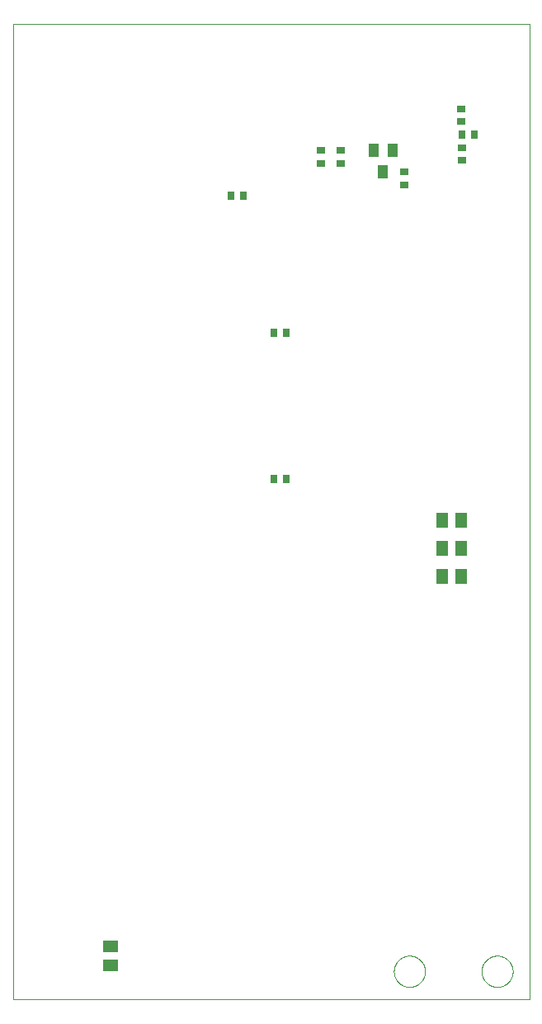
<source format=gtp>
G75*
%MOIN*%
%OFA0B0*%
%FSLAX25Y25*%
%IPPOS*%
%LPD*%
%AMOC8*
5,1,8,0,0,1.08239X$1,22.5*
%
%ADD10C,0.00000*%
%ADD11R,0.05906X0.05118*%
%ADD12R,0.05118X0.05906*%
%ADD13R,0.03543X0.02756*%
%ADD14R,0.02756X0.03543*%
%ADD15R,0.03937X0.05512*%
D10*
X0034894Y0034921D02*
X0034894Y0428622D01*
X0243555Y0428622D01*
X0243555Y0034921D01*
X0034894Y0034921D01*
X0188831Y0046339D02*
X0188833Y0046497D01*
X0188839Y0046655D01*
X0188849Y0046813D01*
X0188863Y0046971D01*
X0188881Y0047128D01*
X0188902Y0047285D01*
X0188928Y0047441D01*
X0188958Y0047597D01*
X0188991Y0047752D01*
X0189029Y0047905D01*
X0189070Y0048058D01*
X0189115Y0048210D01*
X0189164Y0048361D01*
X0189217Y0048510D01*
X0189273Y0048658D01*
X0189333Y0048804D01*
X0189397Y0048949D01*
X0189465Y0049092D01*
X0189536Y0049234D01*
X0189610Y0049374D01*
X0189688Y0049511D01*
X0189770Y0049647D01*
X0189854Y0049781D01*
X0189943Y0049912D01*
X0190034Y0050041D01*
X0190129Y0050168D01*
X0190226Y0050293D01*
X0190327Y0050415D01*
X0190431Y0050534D01*
X0190538Y0050651D01*
X0190648Y0050765D01*
X0190761Y0050876D01*
X0190876Y0050985D01*
X0190994Y0051090D01*
X0191115Y0051192D01*
X0191238Y0051292D01*
X0191364Y0051388D01*
X0191492Y0051481D01*
X0191622Y0051571D01*
X0191755Y0051657D01*
X0191890Y0051741D01*
X0192026Y0051820D01*
X0192165Y0051897D01*
X0192306Y0051969D01*
X0192448Y0052039D01*
X0192592Y0052104D01*
X0192738Y0052166D01*
X0192885Y0052224D01*
X0193034Y0052279D01*
X0193184Y0052330D01*
X0193335Y0052377D01*
X0193487Y0052420D01*
X0193640Y0052459D01*
X0193795Y0052495D01*
X0193950Y0052526D01*
X0194106Y0052554D01*
X0194262Y0052578D01*
X0194419Y0052598D01*
X0194577Y0052614D01*
X0194734Y0052626D01*
X0194893Y0052634D01*
X0195051Y0052638D01*
X0195209Y0052638D01*
X0195367Y0052634D01*
X0195526Y0052626D01*
X0195683Y0052614D01*
X0195841Y0052598D01*
X0195998Y0052578D01*
X0196154Y0052554D01*
X0196310Y0052526D01*
X0196465Y0052495D01*
X0196620Y0052459D01*
X0196773Y0052420D01*
X0196925Y0052377D01*
X0197076Y0052330D01*
X0197226Y0052279D01*
X0197375Y0052224D01*
X0197522Y0052166D01*
X0197668Y0052104D01*
X0197812Y0052039D01*
X0197954Y0051969D01*
X0198095Y0051897D01*
X0198234Y0051820D01*
X0198370Y0051741D01*
X0198505Y0051657D01*
X0198638Y0051571D01*
X0198768Y0051481D01*
X0198896Y0051388D01*
X0199022Y0051292D01*
X0199145Y0051192D01*
X0199266Y0051090D01*
X0199384Y0050985D01*
X0199499Y0050876D01*
X0199612Y0050765D01*
X0199722Y0050651D01*
X0199829Y0050534D01*
X0199933Y0050415D01*
X0200034Y0050293D01*
X0200131Y0050168D01*
X0200226Y0050041D01*
X0200317Y0049912D01*
X0200406Y0049781D01*
X0200490Y0049647D01*
X0200572Y0049511D01*
X0200650Y0049374D01*
X0200724Y0049234D01*
X0200795Y0049092D01*
X0200863Y0048949D01*
X0200927Y0048804D01*
X0200987Y0048658D01*
X0201043Y0048510D01*
X0201096Y0048361D01*
X0201145Y0048210D01*
X0201190Y0048058D01*
X0201231Y0047905D01*
X0201269Y0047752D01*
X0201302Y0047597D01*
X0201332Y0047441D01*
X0201358Y0047285D01*
X0201379Y0047128D01*
X0201397Y0046971D01*
X0201411Y0046813D01*
X0201421Y0046655D01*
X0201427Y0046497D01*
X0201429Y0046339D01*
X0201427Y0046181D01*
X0201421Y0046023D01*
X0201411Y0045865D01*
X0201397Y0045707D01*
X0201379Y0045550D01*
X0201358Y0045393D01*
X0201332Y0045237D01*
X0201302Y0045081D01*
X0201269Y0044926D01*
X0201231Y0044773D01*
X0201190Y0044620D01*
X0201145Y0044468D01*
X0201096Y0044317D01*
X0201043Y0044168D01*
X0200987Y0044020D01*
X0200927Y0043874D01*
X0200863Y0043729D01*
X0200795Y0043586D01*
X0200724Y0043444D01*
X0200650Y0043304D01*
X0200572Y0043167D01*
X0200490Y0043031D01*
X0200406Y0042897D01*
X0200317Y0042766D01*
X0200226Y0042637D01*
X0200131Y0042510D01*
X0200034Y0042385D01*
X0199933Y0042263D01*
X0199829Y0042144D01*
X0199722Y0042027D01*
X0199612Y0041913D01*
X0199499Y0041802D01*
X0199384Y0041693D01*
X0199266Y0041588D01*
X0199145Y0041486D01*
X0199022Y0041386D01*
X0198896Y0041290D01*
X0198768Y0041197D01*
X0198638Y0041107D01*
X0198505Y0041021D01*
X0198370Y0040937D01*
X0198234Y0040858D01*
X0198095Y0040781D01*
X0197954Y0040709D01*
X0197812Y0040639D01*
X0197668Y0040574D01*
X0197522Y0040512D01*
X0197375Y0040454D01*
X0197226Y0040399D01*
X0197076Y0040348D01*
X0196925Y0040301D01*
X0196773Y0040258D01*
X0196620Y0040219D01*
X0196465Y0040183D01*
X0196310Y0040152D01*
X0196154Y0040124D01*
X0195998Y0040100D01*
X0195841Y0040080D01*
X0195683Y0040064D01*
X0195526Y0040052D01*
X0195367Y0040044D01*
X0195209Y0040040D01*
X0195051Y0040040D01*
X0194893Y0040044D01*
X0194734Y0040052D01*
X0194577Y0040064D01*
X0194419Y0040080D01*
X0194262Y0040100D01*
X0194106Y0040124D01*
X0193950Y0040152D01*
X0193795Y0040183D01*
X0193640Y0040219D01*
X0193487Y0040258D01*
X0193335Y0040301D01*
X0193184Y0040348D01*
X0193034Y0040399D01*
X0192885Y0040454D01*
X0192738Y0040512D01*
X0192592Y0040574D01*
X0192448Y0040639D01*
X0192306Y0040709D01*
X0192165Y0040781D01*
X0192026Y0040858D01*
X0191890Y0040937D01*
X0191755Y0041021D01*
X0191622Y0041107D01*
X0191492Y0041197D01*
X0191364Y0041290D01*
X0191238Y0041386D01*
X0191115Y0041486D01*
X0190994Y0041588D01*
X0190876Y0041693D01*
X0190761Y0041802D01*
X0190648Y0041913D01*
X0190538Y0042027D01*
X0190431Y0042144D01*
X0190327Y0042263D01*
X0190226Y0042385D01*
X0190129Y0042510D01*
X0190034Y0042637D01*
X0189943Y0042766D01*
X0189854Y0042897D01*
X0189770Y0043031D01*
X0189688Y0043167D01*
X0189610Y0043304D01*
X0189536Y0043444D01*
X0189465Y0043586D01*
X0189397Y0043729D01*
X0189333Y0043874D01*
X0189273Y0044020D01*
X0189217Y0044168D01*
X0189164Y0044317D01*
X0189115Y0044468D01*
X0189070Y0044620D01*
X0189029Y0044773D01*
X0188991Y0044926D01*
X0188958Y0045081D01*
X0188928Y0045237D01*
X0188902Y0045393D01*
X0188881Y0045550D01*
X0188863Y0045707D01*
X0188849Y0045865D01*
X0188839Y0046023D01*
X0188833Y0046181D01*
X0188831Y0046339D01*
X0224264Y0046339D02*
X0224266Y0046497D01*
X0224272Y0046655D01*
X0224282Y0046813D01*
X0224296Y0046971D01*
X0224314Y0047128D01*
X0224335Y0047285D01*
X0224361Y0047441D01*
X0224391Y0047597D01*
X0224424Y0047752D01*
X0224462Y0047905D01*
X0224503Y0048058D01*
X0224548Y0048210D01*
X0224597Y0048361D01*
X0224650Y0048510D01*
X0224706Y0048658D01*
X0224766Y0048804D01*
X0224830Y0048949D01*
X0224898Y0049092D01*
X0224969Y0049234D01*
X0225043Y0049374D01*
X0225121Y0049511D01*
X0225203Y0049647D01*
X0225287Y0049781D01*
X0225376Y0049912D01*
X0225467Y0050041D01*
X0225562Y0050168D01*
X0225659Y0050293D01*
X0225760Y0050415D01*
X0225864Y0050534D01*
X0225971Y0050651D01*
X0226081Y0050765D01*
X0226194Y0050876D01*
X0226309Y0050985D01*
X0226427Y0051090D01*
X0226548Y0051192D01*
X0226671Y0051292D01*
X0226797Y0051388D01*
X0226925Y0051481D01*
X0227055Y0051571D01*
X0227188Y0051657D01*
X0227323Y0051741D01*
X0227459Y0051820D01*
X0227598Y0051897D01*
X0227739Y0051969D01*
X0227881Y0052039D01*
X0228025Y0052104D01*
X0228171Y0052166D01*
X0228318Y0052224D01*
X0228467Y0052279D01*
X0228617Y0052330D01*
X0228768Y0052377D01*
X0228920Y0052420D01*
X0229073Y0052459D01*
X0229228Y0052495D01*
X0229383Y0052526D01*
X0229539Y0052554D01*
X0229695Y0052578D01*
X0229852Y0052598D01*
X0230010Y0052614D01*
X0230167Y0052626D01*
X0230326Y0052634D01*
X0230484Y0052638D01*
X0230642Y0052638D01*
X0230800Y0052634D01*
X0230959Y0052626D01*
X0231116Y0052614D01*
X0231274Y0052598D01*
X0231431Y0052578D01*
X0231587Y0052554D01*
X0231743Y0052526D01*
X0231898Y0052495D01*
X0232053Y0052459D01*
X0232206Y0052420D01*
X0232358Y0052377D01*
X0232509Y0052330D01*
X0232659Y0052279D01*
X0232808Y0052224D01*
X0232955Y0052166D01*
X0233101Y0052104D01*
X0233245Y0052039D01*
X0233387Y0051969D01*
X0233528Y0051897D01*
X0233667Y0051820D01*
X0233803Y0051741D01*
X0233938Y0051657D01*
X0234071Y0051571D01*
X0234201Y0051481D01*
X0234329Y0051388D01*
X0234455Y0051292D01*
X0234578Y0051192D01*
X0234699Y0051090D01*
X0234817Y0050985D01*
X0234932Y0050876D01*
X0235045Y0050765D01*
X0235155Y0050651D01*
X0235262Y0050534D01*
X0235366Y0050415D01*
X0235467Y0050293D01*
X0235564Y0050168D01*
X0235659Y0050041D01*
X0235750Y0049912D01*
X0235839Y0049781D01*
X0235923Y0049647D01*
X0236005Y0049511D01*
X0236083Y0049374D01*
X0236157Y0049234D01*
X0236228Y0049092D01*
X0236296Y0048949D01*
X0236360Y0048804D01*
X0236420Y0048658D01*
X0236476Y0048510D01*
X0236529Y0048361D01*
X0236578Y0048210D01*
X0236623Y0048058D01*
X0236664Y0047905D01*
X0236702Y0047752D01*
X0236735Y0047597D01*
X0236765Y0047441D01*
X0236791Y0047285D01*
X0236812Y0047128D01*
X0236830Y0046971D01*
X0236844Y0046813D01*
X0236854Y0046655D01*
X0236860Y0046497D01*
X0236862Y0046339D01*
X0236860Y0046181D01*
X0236854Y0046023D01*
X0236844Y0045865D01*
X0236830Y0045707D01*
X0236812Y0045550D01*
X0236791Y0045393D01*
X0236765Y0045237D01*
X0236735Y0045081D01*
X0236702Y0044926D01*
X0236664Y0044773D01*
X0236623Y0044620D01*
X0236578Y0044468D01*
X0236529Y0044317D01*
X0236476Y0044168D01*
X0236420Y0044020D01*
X0236360Y0043874D01*
X0236296Y0043729D01*
X0236228Y0043586D01*
X0236157Y0043444D01*
X0236083Y0043304D01*
X0236005Y0043167D01*
X0235923Y0043031D01*
X0235839Y0042897D01*
X0235750Y0042766D01*
X0235659Y0042637D01*
X0235564Y0042510D01*
X0235467Y0042385D01*
X0235366Y0042263D01*
X0235262Y0042144D01*
X0235155Y0042027D01*
X0235045Y0041913D01*
X0234932Y0041802D01*
X0234817Y0041693D01*
X0234699Y0041588D01*
X0234578Y0041486D01*
X0234455Y0041386D01*
X0234329Y0041290D01*
X0234201Y0041197D01*
X0234071Y0041107D01*
X0233938Y0041021D01*
X0233803Y0040937D01*
X0233667Y0040858D01*
X0233528Y0040781D01*
X0233387Y0040709D01*
X0233245Y0040639D01*
X0233101Y0040574D01*
X0232955Y0040512D01*
X0232808Y0040454D01*
X0232659Y0040399D01*
X0232509Y0040348D01*
X0232358Y0040301D01*
X0232206Y0040258D01*
X0232053Y0040219D01*
X0231898Y0040183D01*
X0231743Y0040152D01*
X0231587Y0040124D01*
X0231431Y0040100D01*
X0231274Y0040080D01*
X0231116Y0040064D01*
X0230959Y0040052D01*
X0230800Y0040044D01*
X0230642Y0040040D01*
X0230484Y0040040D01*
X0230326Y0040044D01*
X0230167Y0040052D01*
X0230010Y0040064D01*
X0229852Y0040080D01*
X0229695Y0040100D01*
X0229539Y0040124D01*
X0229383Y0040152D01*
X0229228Y0040183D01*
X0229073Y0040219D01*
X0228920Y0040258D01*
X0228768Y0040301D01*
X0228617Y0040348D01*
X0228467Y0040399D01*
X0228318Y0040454D01*
X0228171Y0040512D01*
X0228025Y0040574D01*
X0227881Y0040639D01*
X0227739Y0040709D01*
X0227598Y0040781D01*
X0227459Y0040858D01*
X0227323Y0040937D01*
X0227188Y0041021D01*
X0227055Y0041107D01*
X0226925Y0041197D01*
X0226797Y0041290D01*
X0226671Y0041386D01*
X0226548Y0041486D01*
X0226427Y0041588D01*
X0226309Y0041693D01*
X0226194Y0041802D01*
X0226081Y0041913D01*
X0225971Y0042027D01*
X0225864Y0042144D01*
X0225760Y0042263D01*
X0225659Y0042385D01*
X0225562Y0042510D01*
X0225467Y0042637D01*
X0225376Y0042766D01*
X0225287Y0042897D01*
X0225203Y0043031D01*
X0225121Y0043167D01*
X0225043Y0043304D01*
X0224969Y0043444D01*
X0224898Y0043586D01*
X0224830Y0043729D01*
X0224766Y0043874D01*
X0224706Y0044020D01*
X0224650Y0044168D01*
X0224597Y0044317D01*
X0224548Y0044468D01*
X0224503Y0044620D01*
X0224462Y0044773D01*
X0224424Y0044926D01*
X0224391Y0045081D01*
X0224361Y0045237D01*
X0224335Y0045393D01*
X0224314Y0045550D01*
X0224296Y0045707D01*
X0224282Y0045865D01*
X0224272Y0046023D01*
X0224266Y0046181D01*
X0224264Y0046339D01*
D11*
X0074264Y0048898D03*
X0074264Y0056378D03*
D12*
X0208467Y0205886D03*
X0208467Y0217136D03*
X0208467Y0228386D03*
X0215947Y0228386D03*
X0215947Y0217136D03*
X0215947Y0205886D03*
D13*
X0193161Y0363858D03*
X0193161Y0368976D03*
X0216390Y0373701D03*
X0216390Y0378819D03*
X0215996Y0389449D03*
X0215996Y0394567D03*
X0167177Y0377638D03*
X0167177Y0372520D03*
X0159303Y0372520D03*
X0159303Y0377638D03*
D14*
X0128004Y0359331D03*
X0122886Y0359331D03*
X0140209Y0304213D03*
X0145327Y0304213D03*
X0145327Y0245157D03*
X0140209Y0245157D03*
X0216193Y0384134D03*
X0221311Y0384134D03*
D15*
X0188240Y0377835D03*
X0184500Y0369173D03*
X0180760Y0377835D03*
M02*

</source>
